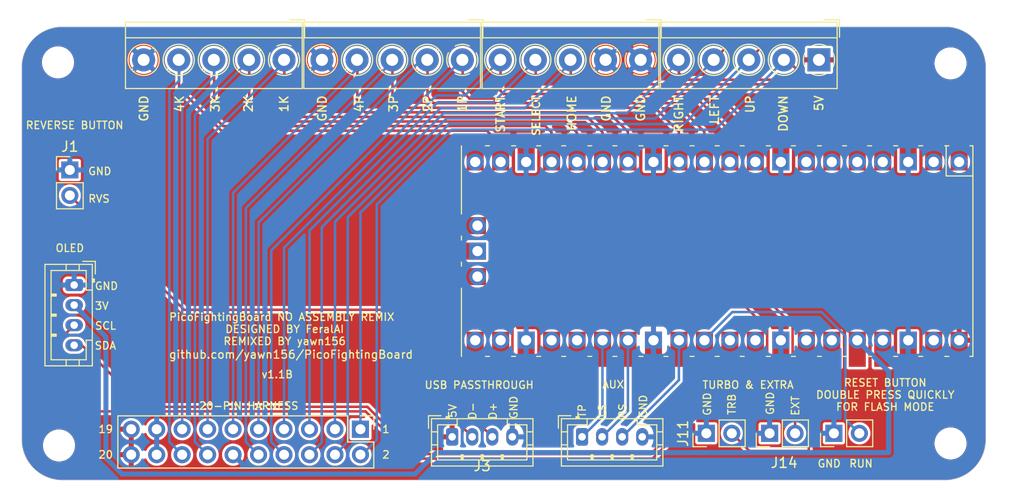
<source format=kicad_pcb>
(kicad_pcb (version 20221018) (generator pcbnew)
  (layers (0 "F.Cu" signal) (31 "B.Cu" signal) (34 "B.Paste" user) (35 "F.Paste" user) (36 "B.SilkS" user "B.Silkscreen") (37 "F.SilkS" user "F.Silkscreen") (38 "B.Mask" user) (39 "F.Mask" user) (44 "Edge.Cuts" user))
  (net 0 "")
  (net 1 "/GND")
  (net 2 "/5V")
  (net 3 "/UP")
  (net 4 "/DOWN")
  (net 5 "/RIGHT")
  (net 6 "/LEFT")
  (net 7 "/SELECT")
  (net 8 "/HOME")
  (net 9 "/START")
  (net 10 "/1P")
  (net 11 "/2P")
  (net 12 "/3P")
  (net 13 "/4P")
  (net 14 "/1K")
  (net 15 "/2K")
  (net 16 "/3K")
  (net 17 "/4K")
  (net 18 "/3V3")
  (net 19 "/TP")
  (net 20 "/LSB")
  (net 21 "/RSB")
  (net 22 "/SDA")
  (net 23 "/SCL")
  (net 26 "/RUN")
  (net 28 "/D-")
  (net 29 "/D+")
  (net 30 "/REVERSE")
  (net 31 "/TURBO")
  (net 32 "/EXTRA")
  (footprint "MCU_RaspberryPi_and_Boards:RPi_Pico_SMD_TH_Clean" (layer "F.Cu") (at 172.73 101.62 -90)
    (fp_text reference "U1" hide)
    (fp_text value "Pico" hide)
    (pad "1" thru_hole oval (at -8.89 -24.13 270) (size 1.7 1.7) (drill 1.02) (layers "*.Cu" "*.Mask") (net 6 "/LEFT"))
    (pad "1" smd rect (at -8.89 -24.13 270) (size 3.5 1.7) (drill (offset -0.9 0)) (layers "F.Cu" "F.Mask") (net 6 "/LEFT"))
    (pad "2" thru_hole oval (at -8.89 -21.59 270) (size 1.7 1.7) (drill 1.02) (layers "*.Cu" "*.Mask") (net 3 "/UP"))
    (pad "2" smd rect (at -8.89 -21.59 270) (size 3.5 1.7) (drill (offset -0.9 0)) (layers "F.Cu" "F.Mask") (net 3 "/UP"))
    (pad "3" thru_hole rect (at -8.89 -19.05 270) (size 1.7 1.7) (drill 1.02) (layers "*.Cu" "*.Mask") (net 1 "/GND"))
    (pad "3" smd rect (at -8.89 -19.05 270) (size 3.5 1.7) (drill (offset -0.9 0)) (layers "F.Cu" "F.Mask") (net 1 "/GND"))
    (pad "4" thru_hole oval (at -8.89 -16.51 270) (size 1.7 1.7) (drill 1.02) (layers "*.Cu" "*.Mask") (net 4 "/DOWN"))
    (pad "4" smd rect (at -8.89 -16.51 270) (size 3.5 1.7) (drill (offset -0.9 0)) (layers "F.Cu" "F.Mask") (net 4 "/DOWN"))
    (pad "5" thru_hole oval (at -8.89 -13.97 270) (size 1.7 1.7) (drill 1.02) (layers "*.Cu" "*.Mask") (net 5 "/RIGHT"))
    (pad "5" smd rect (at -8.89 -13.97 270) (size 3.5 1.7) (drill (offset -0.9 0)) (layers "F.Cu" "F.Mask") (net 5 "/RIGHT"))
    (pad "6" thru_hole oval (at -8.89 -11.43 270) (size 1.7 1.7) (drill 1.02) (layers "*.Cu" "*.Mask") (net 8 "/HOME"))
    (pad "6" smd rect (at -8.89 -11.43 270) (size 3.5 1.7) (drill (offset -0.9 0)) (layers "F.Cu" "F.Mask") (net 8 "/HOME"))
    (pad "7" thru_hole oval (at -8.89 -8.89 270) (size 1.7 1.7) (drill 1.02) (layers "*.Cu" "*.Mask") (net 7 "/SELECT"))
    (pad "7" smd rect (at -8.89 -8.89 270) (size 3.5 1.7) (drill (offset -0.9 0)) (layers "F.Cu" "F.Mask") (net 7 "/SELECT"))
    (pad "8" thru_hole rect (at -8.89 -6.35 270) (size 1.7 1.7) (drill 1.02) (layers "*.Cu" "*.Mask") (net 1 "/GND"))
    (pad "8" smd rect (at -8.89 -6.35 270) (size 3.5 1.7) (drill (offset -0.9 0)) (layers "F.Cu" "F.Mask") (net 1 "/GND"))
    (pad "9" thru_hole oval (at -8.89 -3.81 270) (size 1.7 1.7) (drill 1.02) (layers "*.Cu" "*.Mask") (net 9 "/START"))
    (pad "9" smd rect (at -8.89 -3.81 270) (size 3.5 1.7) (drill (offset -0.9 0)) (layers "F.Cu" "F.Mask") (net 9 "/START"))
    (pad "10" thru_hole oval (at -8.89 -1.27 270) (size 1.7 1.7) (drill 1.02) (layers "*.Cu" "*.Mask") (net 10 "/1P"))
    (pad "10" smd rect (at -8.89 -1.27 270) (size 3.5 1.7) (drill (offset -0.9 0)) (layers "F.Cu" "F.Mask") (net 10 "/1P"))
    (pad "11" thru_hole oval (at -8.89 1.27 270) (size 1.7 1.7) (drill 1.02) (layers "*.Cu" "*.Mask") (net 11 "/2P"))
    (pad "11" smd rect (at -8.89 1.27 270) (size 3.5 1.7) (drill (offset -0.9 0)) (layers "F.Cu" "F.Mask") (net 11 "/2P"))
    (pad "12" thru_hole oval (at -8.89 3.81 270) (size 1.7 1.7) (drill 1.02) (layers "*.Cu" "*.Mask") (net 12 "/3P"))
    (pad "12" smd rect (at -8.89 3.81 270) (size 3.5 1.7) (drill (offset -0.9 0)) (layers "F.Cu" "F.Mask") (net 12 "/3P"))
    (pad "13" thru_hole rect (at -8.89 6.35 270) (size 1.7 1.7) (drill 1.02) (layers "*.Cu" "*.Mask") (net 1 "/GND"))
    (pad "13" smd rect (at -8.89 6.35 270) (size 3.5 1.7) (drill (offset -0.9 0)) (layers "F.Cu" "F.Mask") (net 1 "/GND"))
    (pad "14" thru_hole oval (at -8.89 8.89 270) (size 1.7 1.7) (drill 1.02) (layers "*.Cu" "*.Mask") (net 13 "/4P"))
    (pad "14" smd rect (at -8.89 8.89 270) (size 3.5 1.7) (drill (offset -0.9 0)) (layers "F.Cu" "F.Mask") (net 13 "/4P"))
    (pad "15" thru_hole oval (at -8.89 11.43 270) (size 1.7 1.7) (drill 1.02) (layers "*.Cu" "*.Mask") (net 14 "/1K"))
    (pad "15" smd rect (at -8.89 11.43 270) (size 3.5 1.7) (drill (offset -0.9 0)) (layers "F.Cu" "F.Mask") (net 14 "/1K"))
    (pad "16" thru_hole oval (at -8.89 13.97 270) (size 1.7 1.7) (drill 1.02) (layers "*.Cu" "*.Mask") (net 15 "/2K"))
    (pad "16" smd rect (at -8.89 13.97 270) (size 3.5 1.7) (drill (offset -0.9 0)) (layers "F.Cu" "F.Mask") (net 15 "/2K"))
    (pad "17" thru_hole oval (at -8.89 16.51 270) (size 1.7 1.7) (drill 1.02) (layers "*.Cu" "*.Mask") (net 16 "/3K"))
    (pad "17" smd rect (at -8.89 16.51 270) (size 3.5 1.7) (drill (offset -0.9 0)) (layers "F.Cu" "F.Mask") (net 16 "/3K"))
    (pad "18" thru_hole rect (at -8.89 19.05 270) (size 1.7 1.7) (drill 1.02) (layers "*.Cu" "*.Mask") (net 1 "/GND"))
    (pad "18" smd rect (at -8.89 19.05 270) (size 3.5 1.7) (drill (offset -0.9 0)) (layers "F.Cu" "F.Mask") (net 1 "/GND"))
    (pad "19" thru_hole oval (at -8.89 21.59 270) (size 1.7 1.7) (drill 1.02) (layers "*.Cu" "*.Mask") (net 17 "/4K"))
    (pad "19" smd rect (at -8.89 21.59 270) (size 3.5 1.7) (drill (offset -0.9 0)) (layers "F.Cu" "F.Mask") (net 17 "/4K"))
    (pad "20" thru_hole oval (at -8.89 24.13 270) (size 1.7 1.7) (drill 1.02) (layers "*.Cu" "*.Mask") (net 31 "/TURBO"))
    (pad "20" smd rect (at -8.89 24.13 270) (size 3.5 1.7) (drill (offset -0.9 0)) (layers "F.Cu" "F.Mask") (net 31 "/TURBO"))
    (pad "21" thru_hole oval (at 8.89 24.13 270) (size 1.7 1.7) (drill 1.02) (layers "*.Cu" "*.Mask") (net 29 "/D+"))
    (pad "21" smd rect (at 8.89 24.13 270) (size 3.5 1.7) (drill (offset 0.9 0)) (layers "F.Cu" "F.Mask") (net 29 "/D+"))
    (pad "22" thru_hole oval (at 8.89 21.59 270) (size 1.7 1.7) (drill 1.02) (layers "*.Cu" "*.Mask") (net 28 "/D-"))
    (pad "22" smd rect (at 8.89 21.59 270) (size 3.5 1.7) (drill (offset 0.9 0)) (layers "F.Cu" "F.Mask") (net 28 "/D-"))
    (pad "23" thru_hole rect (at 8.89 19.05 270) (size 1.7 1.7) (drill 1.02) (layers "*.Cu" "*.Mask") (net 1 "/GND"))
    (pad "23" smd rect (at 8.89 19.05 270) (size 3.5 1.7) (drill (offset 0.9 0)) (layers "F.Cu" "F.Mask") (net 1 "/GND"))
    (pad "24" thru_hole oval (at 8.89 16.51 270) (size 1.7 1.7) (drill 1.02) (layers "*.Cu" "*.Mask") (net 32 "/EXTRA"))
    (pad "24" smd rect (at 8.89 16.51 270) (size 3.5 1.7) (drill (offset 0.9 0)) (layers "F.Cu" "F.Mask") (net 32 "/EXTRA"))
    (pad "25" thru_hole oval (at 8.89 13.97 270) (size 1.7 1.7) (drill 1.02) (layers "*.Cu" "*.Mask") (net 30 "/REVERSE"))
    (pad "25" smd rect (at 8.89 13.97 270) (size 3.5 1.7) (drill (offset 0.9 0)) (layers "F.Cu" "F.Mask") (net 30 "/REVERSE"))
    (pad "26" thru_hole oval (at 8.89 11.43 270) (size 1.7 1.7) (drill 1.02) (layers "*.Cu" "*.Mask") (net 19 "/TP"))
    (pad "26" smd rect (at 8.89 11.43 270) (size 3.5 1.7) (drill (offset 0.9 0)) (layers "F.Cu" "F.Mask") (net 19 "/TP"))
    (pad "27" thru_hole oval (at 8.89 8.89 270) (size 1.7 1.7) (drill 1.02) (layers "*.Cu" "*.Mask") (net 20 "/LSB"))
    (pad "27" smd rect (at 8.89 8.89 270) (size 3.5 1.7) (drill (offset 0.9 0)) (layers "F.Cu" "F.Mask") (net 20 "/LSB"))
    (pad "28" thru_hole rect (at 8.89 6.35 270) (size 1.7 1.7) (drill 1.02) (layers "*.Cu" "*.Mask") (net 1 "/GND"))
    (pad "28" smd rect (at 8.89 6.35 270) (size 3.5 1.7) (drill (offset 0.9 0)) (layers "F.Cu" "F.Mask") (net 1 "/GND"))
    (pad "29" thru_hole oval (at 8.89 3.81 270) (size 1.7 1.7) (drill 1.02) (layers "*.Cu" "*.Mask") (net 21 "/RSB"))
    (pad "29" smd rect (at 8.89 3.81 270) (size 3.5 1.7) (drill (offset 0.9 0)) (layers "F.Cu" "F.Mask") (net 21 "/RSB"))
    (pad "30" thru_hole oval (at 8.89 1.27 270) (size 1.7 1.7) (drill 1.02) (layers "*.Cu" "*.Mask") (net 26 "/RUN"))
    (pad "30" smd rect (at 8.89 1.27 270) (size 3.5 1.7) (drill (offset 0.9 0)) (layers "F.Cu" "F.Mask") (net 26 "/RUN"))
    (pad "31" thru_hole oval (at 8.89 -1.27 270) (size 1.7 1.7) (drill 1.02) (layers "*.Cu" "*.Mask") (net 22 "/SDA"))
    (pad "31" smd rect (at 8.89 -1.27 270) (size 3.5 1.7) (drill (offset 0.9 0)) (layers "F.Cu" "F.Mask") (net 22 "/SDA"))
    (pad "32" thru_hole oval (at 8.89 -3.81 270) (size 1.7 1.7) (drill 1.02) (layers "*.Cu" "*.Mask") (net 23 "/SCL"))
    (pad "32" smd rect (at 8.89 -3.81 270) (size 3.5 1.7) (drill (offset 0.9 0)) (layers "F.Cu" "F.Mask") (net 23 "/SCL"))
    (pad "33" thru_hole rect (at 8.89 -6.35 270) (size 1.7 1.7) (drill 1.02) (layers "*.Cu" "*.Mask") (net 1 "/GND"))
    (pad "33" smd rect (at 8.89 -6.35 270) (size 3.5 1.7) (drill (offset 0.9 0)) (layers "F.Cu" "F.Mask") (net 1 "/GND"))
    (pad "34" thru_hole oval (at 8.89 -8.89 270) (size 1.7 1.7) (drill 1.02) (layers "*.Cu" "*.Mask"))
    (pad "34" smd rect (at 8.89 -8.89 270) (size 3.5 1.7) (drill (offset 0.9 0)) (layers "F.Cu" "F.Mask"))
    (pad "35" thru_hole oval (at 8.89 -11.43 270) (size 1.7 1.7) (drill 1.02) (layers "*.Cu" "*.Mask"))
    (pad "35" smd rect (at 8.89 -11.43 270) (size 3.5 1.7) (drill (offset 0.9 0)) (layers "F.Cu" "F.Mask"))
    (pad "36" thru_hole oval (at 8.89 -13.97 270) (size 1.7 1.7) (drill 1.02) (layers "*.Cu" "*.Mask") (net 18 "/3V3"))
    (pad "36" smd rect (at 8.89 -13.97 270) (size 3.5 1.7) (drill (offset 0.9 0)) (layers "F.Cu" "F.Mask") (net 18 "/3V3"))
    (pad "37" thru_hole oval (at 8.89 -16.51 270) (size 1.7 1.7) (drill 1.02) (layers "*.Cu" "*.Mask"))
    (pad "37" smd rect (at 8.89 -16.51 270) (size 3.5 1.7) (drill (offset 0.9 0)) (layers "F.Cu" "F.Mask"))
    (pad "38" thru_hole rect (at 8.89 -19.05 270) (size 1.7 1.7) (drill 1.02) (layers "*.Cu" "*.Mask") (net 1 "/GND"))
    (pad "38" smd rect (at 8.89 -19.05 270) (size 3.5 1.7) (drill (offset 0.9 0)) (layers "F.Cu" "F.Mask") (net 1 "/GND"))
    (pad "39" thru_hole oval (at 8.89 -21.59 270) (size 1.7 1.7) (drill 1.02) (layers "*.Cu" "*.Mask"))
    (pad "39" smd rect (at 8.89 -21.59 270) (size 3.5 1.7) (drill (offset 0.9 0)) (layers "F.Cu" "F.Mask"))
    (pad "40" thru_hole oval (at 8.89 -24.13 270) (size 1.7 1.7) (drill 1.02) (layers "*.Cu" "*.Mask") (net 2 "/5V"))
    (pad "40" smd rect (at 8.89 -24.13 270) (size 3.5 1.7) (drill (offset 0.9 0)) (layers "F.Cu" "F.Mask") (net 2 "/5V"))
    (pad "41" thru_hole oval (at -2.54 23.9 270) (size 1.7 1.7) (drill 1.02) (layers "*.Cu" "*.Mask"))
    (pad "41" smd rect (at -2.54 23.9) (size 3.5 1.7) (drill (offset -0.9 0)) (layers "F.Cu" "F.Mask"))
    (pad "42" thru_hole rect (at 0 23.9 270) (size 1.7 1.7) (drill 1.02) (layers "*.Cu" "*.Mask"))
    (pad "42" smd rect (at 0 23.9) (size 3.5 1.7) (drill (offset -0.9 0)) (layers "F.Cu" "F.Mask"))
    (pad "43" thru_hole oval (at 2.54 23.9 270) (size 1.7 1.7) (drill 1.02) (layers "*.Cu" "*.Mask"))
    (pad "43" smd rect (at 2.54 23.9) (size 3.5 1.7) (drill (offset -0.9 0)) (layers "F.Cu" "F.Mask"))
  )
  (footprint "Connector_PinHeader_2.54mm:PinHeader_1x02_P2.54mm_Vertical" (layer "F.Cu") (at 184.37 119.79 90)
    (fp_text reference "J10" hide)
    (fp_text value "Conn_01x02_Male")
    (pad "1" thru_hole rect (at 0 0 90) (size 1.7 1.7) (drill 1) (layers "*.Cu" "*.Mask") (net 1 "/GND"))
    (pad "2" thru_hole oval (at 0 2.54 90) (size 1.7 1.7) (drill 1) (layers "*.Cu" "*.Mask") (net 26 "/RUN"))
  )
  (footprint "Connector_PinHeader_2.54mm:PinHeader_2x10_P2.54mm_Vertical" (layer "F.Cu") (at 137.16 119.38 -90)
    (fp_text reference "J2" hide)
    (fp_text value "Conn_02x10_Odd_Even" hide)
    (pad "1" thru_hole rect (at 0 0 270) (size 1.7 1.7) (drill 1) (layers "*.Cu" "*.Mask") (net 3 "/UP"))
    (pad "2" thru_hole oval (at 2.54 0 270) (size 1.7 1.7) (drill 1) (layers "*.Cu" "*.Mask") (net 4 "/DOWN"))
    (pad "3" thru_hole oval (at 0 2.54 270) (size 1.7 1.7) (drill 1) (layers "*.Cu" "*.Mask") (net 5 "/RIGHT"))
    (pad "4" thru_hole oval (at 2.54 2.54 270) (size 1.7 1.7) (drill 1) (layers "*.Cu" "*.Mask") (net 6 "/LEFT"))
    (pad "5" thru_hole oval (at 0 5.08 270) (size 1.7 1.7) (drill 1) (layers "*.Cu" "*.Mask") (net 7 "/SELECT"))
    (pad "6" thru_hole oval (at 2.54 5.08 270) (size 1.7 1.7) (drill 1) (layers "*.Cu" "*.Mask") (net 8 "/HOME"))
    (pad "7" thru_hole oval (at 0 7.62 270) (size 1.7 1.7) (drill 1) (layers "*.Cu" "*.Mask") (net 9 "/START"))
    (pad "8" thru_hole oval (at 2.54 7.62 270) (size 1.7 1.7) (drill 1) (layers "*.Cu" "*.Mask") (net 10 "/1P"))
    (pad "9" thru_hole oval (at 0 10.16 270) (size 1.7 1.7) (drill 1) (layers "*.Cu" "*.Mask") (net 11 "/2P"))
    (pad "10" thru_hole oval (at 2.54 10.16 270) (size 1.7 1.7) (drill 1) (layers "*.Cu" "*.Mask") (net 12 "/3P"))
    (pad "11" thru_hole oval (at 0 12.7 270) (size 1.7 1.7) (drill 1) (layers "*.Cu" "*.Mask") (net 13 "/4P"))
    (pad "12" thru_hole oval (at 2.54 12.7 270) (size 1.7 1.7) (drill 1) (layers "*.Cu" "*.Mask") (net 1 "/GND"))
    (pad "13" thru_hole oval (at 0 15.24 270) (size 1.7 1.7) (drill 1) (layers "*.Cu" "*.Mask") (net 14 "/1K"))
    (pad "14" thru_hole oval (at 2.54 15.24 270) (size 1.7 1.7) (drill 1) (layers "*.Cu" "*.Mask") (net 15 "/2K"))
    (pad "15" thru_hole oval (at 0 17.78 270) (size 1.7 1.7) (drill 1) (layers "*.Cu" "*.Mask") (net 16 "/3K"))
    (pad "16" thru_hole oval (at 2.54 17.78 270) (size 1.7 1.7) (drill 1) (layers "*.Cu" "*.Mask") (net 17 "/4K"))
    (pad "17" thru_hole oval (at 0 20.32 270) (size 1.7 1.7) (drill 1) (layers "*.Cu" "*.Mask") (net 1 "/GND"))
    (pad "18" thru_hole oval (at 2.54 20.32 270) (size 1.7 1.7) (drill 1) (layers "*.Cu" "*.Mask") (net 1 "/GND"))
    (pad "19" thru_hole oval (at 0 22.86 270) (size 1.7 1.7) (drill 1) (layers "*.Cu" "*.Mask") (net 2 "/5V"))
    (pad "20" thru_hole oval (at 2.54 22.86 270) (size 1.7 1.7) (drill 1) (layers "*.Cu" "*.Mask") (net 2 "/5V"))
  )
  (footprint "Connector_PinHeader_2.54mm:PinHeader_1x02_P2.54mm_Vertical" (layer "F.Cu") (at 108.18 93.53)
    (fp_text reference "J1" (at 0 -2.33) (layer "F.SilkS"))
    (fp_text value "Conn_01x02_Male")
    (pad "1" thru_hole rect (at 0 0) (size 1.7 1.7) (drill 1) (layers "*.Cu" "*.Mask") (net 1 "/GND"))
    (pad "2" thru_hole oval (at 0 2.54) (size 1.7 1.7) (drill 1) (layers "*.Cu" "*.Mask") (net 30 "/REVERSE"))
  )
  (footprint "Connector_JST:JST_PH_B4B-PH-K_1x04_P2.00mm_Vertical" (layer "F.Cu") (at 146.304 120.142)
    (fp_text reference "J3" (at 3 2.91) (layer "F.SilkS"))
    (fp_text value "Conn_01x04_Male")
    (pad "1" thru_hole roundrect (at 0 0) (size 1.2 1.75) (drill 0.75) (layers "*.Cu" "*.Mask") (roundrect_rratio 0.2083333333) (net 2 "/5V"))
    (pad "2" thru_hole oval (at 2 0) (size 1.2 1.75) (drill 0.75) (layers "*.Cu" "*.Mask") (net 28 "/D-"))
    (pad "3" thru_hole oval (at 4 0) (size 1.2 1.75) (drill 0.75) (layers "*.Cu" "*.Mask") (net 29 "/D+"))
    (pad "4" thru_hole oval (at 6 0) (size 1.2 1.75) (drill 0.75) (layers "*.Cu" "*.Mask") (net 1 "/GND"))
  )
  (footprint "Connector_JST:JST_PH_B4B-PH-K_1x04_P2.00mm_Vertical" (layer "F.Cu") (at 159.258 120.142)
    (fp_text reference "J4" hide)
    (fp_text value "Conn_01x04_Male")
    (pad "1" thru_hole roundrect (at 0 0) (size 1.2 1.75) (drill 0.75) (layers "*.Cu" "*.Mask") (roundrect_rratio 0.2083325) (net 19 "/TP"))
    (pad "2" thru_hole oval (at 2 0) (size 1.2 1.75) (drill 0.75) (layers "*.Cu" "*.Mask") (net 20 "/LSB"))
    (pad "3" thru_hole oval (at 4 0) (size 1.2 1.75) (drill 0.75) (layers "*.Cu" "*.Mask") (net 21 "/RSB"))
    (pad "4" thru_hole oval (at 6 0) (size 1.2 1.75) (drill 0.75) (layers "*.Cu" "*.Mask") (net 1 "/GND"))
  )
  (footprint "TerminalBlock_MetzConnect:TerminalBlock_MetzConnect_Type059_RT06305HBWC_1x05_P3.50mm_Horizontal" (layer "F.Cu") (at 129.54 82.55 180)
    (fp_text reference "J5" hide)
    (fp_text value "ST01x05")
    (pad "1" thru_hole circle (at 0 0 180) (size 2.3 2.3) (drill 1.2) (layers "*.Cu" "*.Mask") (net 14 "/1K"))
    (pad "2" thru_hole circle (at 3.5 0 180) (size 2.3 2.3) (drill 1.2) (layers "*.Cu" "*.Mask") (net 15 "/2K"))
    (pad "3" thru_hole circle (at 7 0 180) (size 2.3 2.3) (drill 1.2) (layers "*.Cu" "*.Mask") (net 16 "/3K"))
    (pad "4" thru_hole circle (at 10.5 0 180) (size 2.3 2.3) (drill 1.2) (layers "*.Cu" "*.Mask") (net 17 "/4K"))
    (pad "5" thru_hole circle (at 14 0 180) (size 2.3 2.3) (drill 1.2) (layers "*.Cu" "*.Mask") (net 1 "/GND"))
  )
  (footprint "TerminalBlock_MetzConnect:TerminalBlock_MetzConnect_Type059_RT06305HBWC_1x05_P3.50mm_Horizontal" (layer "F.Cu") (at 147.32 82.55 180)
    (fp_text reference "J6" hide)
    (fp_text value "ST01x05")
    (pad "1" thru_hole circle (at 0 0 180) (size 2.3 2.3) (drill 1.2) (layers "*.Cu" "*.Mask") (net 10 "/1P"))
    (pad "2" thru_hole circle (at 3.5 0 180) (size 2.3 2.3) (drill 1.2) (layers "*.Cu" "*.Mask") (net 11 "/2P"))
    (pad "3" thru_hole circle (at 7 0 180) (size 2.3 2.3) (drill 1.2) (layers "*.Cu" "*.Mask") (net 12 "/3P"))
    (pad "4" thru_hole circle (at 10.5 0 180) (size 2.3 2.3) (drill 1.2) (layers "*.Cu" "*.Mask") (net 13 "/4P"))
    (pad "5" thru_hole circle (at 14 0 180) (size 2.3 2.3) (drill 1.2) (layers "*.Cu" "*.Mask") (net 1 "/GND"))
  )
  (footprint "TerminalBlock_MetzConnect:TerminalBlock_MetzConnect_Type059_RT06305HBWC_1x05_P3.50mm_Horizontal" (layer "F.Cu") (at 165.1 82.55 180)
    (fp_text reference "J7" hide)
    (fp_text value "ST01x05")
    (pad "1" thru_hole circle (at 0 0 180) (size 2.3 2.3) (drill 1.2) (layers "*.Cu" "*.Mask") (net 1 "/GND"))
    (pad "2" thru_hole circle (at 3.5 0 180) (size 2.3 2.3) (drill 1.2) (layers "*.Cu" "*.Mask") (net 1 "/GND"))
    (pad "3" thru_hole circle (at 7 0 180) (size 2.3 2.3) (drill 1.2) (layers "*.Cu" "*.Mask") (net 8 "/HOME"))
    (pad "4" thru_hole circle (at 10.5 0 180) (size 2.3 2.3) (drill 1.2) (layers "*.Cu" "*.Mask") (net 7 "/SELECT"))
    (pad "5" thru_hole circle (at 14 0 180) (size 2.3 2.3) (drill 1.2) (layers "*.Cu" "*.Mask") (net 9 "/START"))
  )
  (footprint "TerminalBlock_MetzConnect:TerminalBlock_MetzConnect_Type059_RT06305HBWC_1x05_P3.50mm_Horizontal" (layer "F.Cu") (at 182.88 82.55 180)
    (fp_text reference "J8" hide)
    (fp_text value "ST01x05")
    (pad "1" thru_hole rect (at 0 0 180) (size 2.3 2.3) (drill 1.2) (layers "*.Cu" "*.Mask") (net 2 "/5V"))
    (pad "2" thru_hole circle (at 3.5 0 180) (size 2.3 2.3) (drill 1.2) (layers "*.Cu" "*.Mask") (net 4 "/DOWN"))
    (pad "3" thru_hole circle (at 7 0 180) (size 2.3 2.3) (drill 1.2) (layers "*.Cu" "*.Mask") (net 3 "/UP"))
    (pad "4" thru_hole circle (at 10.5 0 180) (size 2.3 2.3) (drill 1.2) (layers "*.Cu" "*.Mask") (net 6 "/LEFT"))
    (pad "5" thru_hole circle (at 14 0 180) (size 2.3 2.3) (drill 1.2) (layers "*.Cu" "*.Mask") (net 5 "/RIGHT"))
  )
  (footprint "Connector_PinHeader_2.54mm:PinHeader_1x02_P2.54mm_Vertical" (layer "F.Cu") (at 171.65 119.79 90)
    (fp_text reference "J11" (at 0 -2.33 90) (layer "F.SilkS"))
    (fp_text value "Conn_01x02_Male")
    (pad "1" thru_hole rect (at 0 0 90) (size 1.7 1.7) (drill 1) (layers "*.Cu" "*.Mask") (net 1 "/GND"))
    (pad "2" thru_hole oval (at 0 2.54 90) (size 1.7 1.7) (drill 1) (layers "*.Cu" "*.Mask") (net 31 "/TURBO"))
  )
  (footprint "Connector_JST:JST_PH_B4B-PH-K_1x04_P2.00mm_Vertical" (layer "F.Cu") (at 108.6104 105.0036 -90)
    (fp_text reference "J12" hide)
    (fp_text value "Conn_01x04_Male")
    (pad "1" thru_hole roundrect (at 0 0 270) (size 1.2 1.75) (drill 0.75) (layers "*.Cu" "*.Mask") (roundrect_rratio 0.2083325) (net 1 "/GND"))
    (pad "2" thru_hole oval (at 2 0 270) (size 1.2 1.75) (drill 0.75) (layers "*.Cu" "*.Mask") (net 18 "/3V3"))
    (pad "3" thru_hole oval (at 4 0 270) (size 1.2 1.75) (drill 0.75) (layers "*.Cu" "*.Mask") (net 23 "/SCL"))
    (pad "4" thru_hole oval (at 6 0 270) (size 1.2 1.75) (drill 0.75) (layers "*.Cu" "*.Mask") (net 22 "/SDA"))
  )
  (footprint "MountingHole:MountingHole_2.7mm_M2.5" (layer "F.Cu") (at 107 82.8)
    (fp_text reference "H1" hide)
    (fp_text value "MountingHole")
    (pad "" np_thru_hole circle (at 0 0) (size 2.7 2.7) (drill 2.7) (layers "*.Cu" "*.Mask"))
  )
  (footprint "MountingHole:MountingHole_2.7mm_M2.5" (layer "F.Cu") (at 107.1 121)
    (fp_text reference "H3" hide)
    (fp_text value "MountingHole")
    (pad "" np_thru_hole circle (at 0 0) (size 2.7 2.7) (drill 2.7) (layers "*.Cu" "*.Mask"))
  )
  (footprint "MountingHole:MountingHole_2.7mm_M2.5" (layer "F.Cu") (at 196 120.8)
    (fp_text reference "H4" hide)
    (fp_text value "MountingHole")
    (pad "" np_thru_hole circle (at 0 0) (size 2.7 2.7) (drill 2.7) (layers "*.Cu" "*.Mask"))
  )
  (footprint "MountingHole:MountingHole_2.7mm_M2.5" (layer "F.Cu") (at 196 82.9)
    (fp_text reference "H2" hide)
    (fp_text value "MountingHole")
    (pad "" np_thru_hole circle (at 0 0) (size 2.7 2.7) (drill 2.7) (layers "*.Cu" "*.Mask"))
  )
  (footprint "Connector_PinHeader_2.54mm:PinHeader_1x02_P2.54mm_Vertical" (layer "F.Cu") (at 177.96 119.79 90)
    (fp_text reference "J14" (at -2.94 1.45 180) (layer "F.SilkS"))
    (fp_text value "Conn_01x02_Male")
    (pad "1" thru_hole rect (at 0 0 90) (size 1.7 1.7) (drill 1) (layers "*.Cu" "*.Mask") (net 1 "/GND"))
    (pad "2" thru_hole oval (at 0 2.54 90) (size 1.7 1.7) (drill 1) (layers "*.Cu" "*.Mask") (net 32 "/EXTRA"))
  )
  (gr_line (start 107.315 79.248) (end 195.707 79.248) (stroke (width 0.05)) (layer "Edge.Cuts"))
  (gr_arc (start 107.442 124.46) (mid 104.568318 123.269682) (end 103.378 120.396) (stroke (width 0.05)) (layer "Edge.Cuts"))
  (gr_arc (start 103.378 83.439) (mid 104.478515 80.528121) (end 107.315 79.248) (stroke (width 0.05)) (layer "Edge.Cuts"))
  (gr_arc (start 199.517 120.396) (mid 198.326682 123.269682) (end 195.453 124.46) (stroke (width 0.05)) (layer "Edge.Cuts"))
  (gr_arc (start 195.707 79.248) (mid 198.506287 80.617923) (end 199.517 83.566) (stroke (width 0.05)) (layer "Edge.Cuts"))
  (gr_line (start 199.517 83.566) (end 199.517 120.396) (stroke (width 0.05)) (layer "Edge.Cuts"))
  (gr_line (start 103.378 120.396) (end 103.378 83.439) (stroke (width 0.05)) (layer "Edge.Cuts"))
  (gr_line (start 195.453 124.46) (end 107.442 124.46) (stroke (width 0.05)) (layer "Edge.Cuts"))
  (gr_text "1" (at 139.7 119.38) (layer "F.SilkS") (effects (font (size 0.75 0.75) (thickness 0.125))))
  (gr_text "2" (at 139.7 121.92) (layer "F.SilkS") (effects (font (size 0.75 0.75) (thickness 0.125))))
  (gr_text "20" (at 111.76 121.92) (layer "F.SilkS") (effects (font (size 0.75 0.75) (thickness 0.125))))
  (gr_text "19" (at 111.76 119.38) (layer "F.SilkS") (effects (font (size 0.75 0.75) (thickness 0.125))))
  (gr_text "START" (at 151.13 87.9475 90) (layer "F.SilkS") (effects (font (size 0.85 0.85))))
  (gr_text "GND" (at 183.896 122.809) (layer "F.SilkS") (effects (font (size 0.75 0.75) (thickness 0.125))))
  (gr_text "SELECT" (at 154.686 88.105833 90) (layer "F.SilkS") (effects (font (size 0.75 0.75))))
  (gr_text "SCL\n" (at 111.743714 109.0676) (layer "F.SilkS") (effects (font (size 0.75 0.75) (thickness 0.125))))
  (gr_text "OLED\n" (at 108.18 101.32) (layer "F.SilkS") (effects (font (size 0.75 0.75) (thickness 0.125))))
  (gr_text "UP" (at 176.022 86.976071 90) (layer "F.SilkS") (effects (font (size 0.85 0.85))))
  (gr_text "DOWN" (at 179.324 87.907024 90) (layer "F.SilkS") (effects (font (size 0.85 0.85))))
  (gr_text "4P" (at 137.033 86.935595 90) (layer "F.SilkS") (effects (font (size 0.85 0.85))))
  (gr_text "3V" (at 111.368714 107.0864) (layer "F.SilkS") (effects (font (size 0.75 0.75) (thickness 0.125))))
  (gr_text "5V\n" (at 146.3548 117.5512 90) (layer "F.SilkS") (effects (font (size 0.75 0.75) (thickness 0.125))))
  (gr_text "GND" (at 171.74 116.87 90) (layer "F.SilkS") (effects (font (size 0.75 0.75) (thickness 0.125))))
  (gr_text "GND" (at 165.354 117.094 90) (layer "F.SilkS") (effects (font (size 0.75 0.75) (thickness 0.125))))
  (gr_text "github.com/yawn156/PicoFightingBoard" (at 130.24 111.93) (layer "F.SilkS") (effects (font (size 0.8 0.8) (thickness 0.125))))
  (gr_text "v1.1B\n" (at 128.86 113.92) (layer "F.SilkS") (effects (font (size 0.75 0.75) (thickness 0.125))))
  (gr_text "TP" (at 159.258 117.5512 90) (layer "F.SilkS") (effects (font (size 0.75 0.75) (thickness 0.125))))
  (gr_text "SDA" (at 111.725857 111.0488) (layer "F.SilkS") (effects (font (size 0.75 0.75) (thickness 0.125))))
  (gr_text "GND" (at 133.35 87.401071 90) (layer "F.SilkS") (effects (font (size 0.85 0.85))))
  (gr_text "RS" (at 163.322 117.5512 90) (layer "F.SilkS") (effects (font (size 0.75 0.75) (thickness 0.125))))
  (gr_text "REVERSE BUTTON\n" (at 108.66 89.07) (layer "F.SilkS") (effects (font (size 0.75 0.75) (thickness 0.125))))
  (gr_text "GND" (at 111.833 105.1052) (layer "F.SilkS") (effects (font (size 0.75 0.75) (thickness 0.125))))
  (gr_text "RESET BUTTON\nDOUBLE PRESS QUICKLY\nFOR FLASH MODE" (at 189.49 115.95) (layer "F.SilkS") (effects (font (size 0.75 0.75) (thickness 0.125))))
  (gr_text "2K" (at 125.984 86.935595 90) (layer "F.SilkS") (effects (font (size 0.85 0.85))))
  (gr_text "3P" (at 140.462 86.935595 90) (layer "F.SilkS") (effects (font (size 0.85 0.85))))
  (gr_text "4K" (at 119.126 86.935595 90) (layer "F.SilkS") (effects (font (size 0.85 0.85))))
  (gr_text "TURBO & EXTRA\n" (at 175.81 114.96) (layer "F.SilkS") (effects (font (size 0.75 0.75) (thickness 0.125))))
  (gr_text "GND" (at 178.01 116.8 90) (layer "F.SilkS") (effects (font (size 0.75 0.75) (thickness 0.125))))
  (gr_text "AUX\n" (at 162.3568 114.9223) (layer "F.SilkS") (effects (font (size 0.75 0.75) (thickness 0.125))))
  (gr_text "GND" (at 115.57 87.401071 90) (layer "F.SilkS") (effects (font (size 0.85 0.85))))
  (gr_text "3K" (at 122.682 86.935595 90) (layer "F.SilkS") (effects (font (size 0.85 0.85))))
  (gr_text "EXT" (at 180.53 117.04 90) (layer "F.SilkS") (effects (font (size 0.75 0.75) (thickness 0.125))))
  (gr_text "LS" (at 161.29 117.5512 90) (layer "F.SilkS") (effects (font (size 0.75 0.75) (thickness 0.125))))
  (gr_text "1P" (at 147.32 86.935595 90) (layer "F.SilkS") (effects (font (size 0.85 0.85))))
  (gr_text "20-PIN HARNESS" (at 126.0221 117.0559) (layer "F.SilkS") (effects (font (size 0.75 0.75) (thickness 0.125))))
  (gr_text "PicoFightingBoard NO ASSEMBLY REMIX \nDESIGNED BY FeralAI\nREMIXED BY yawn156" (at 129.602522 109.4) (layer "F.SilkS") (effects (font (size 0.75 0.75) (thickness 0.125))))
  (gr_text "GND" (at 165.1 87.401071 90) (layer "F.SilkS") (effects (font (size 0.85 0.85))))
  (gr_text "TRB" (at 174.19 116.9 90) (layer "F.SilkS") (effects (font (size 0.75 0.75) (thickness 0.125))))
  (gr_text "GND" (at 161.671 87.401071 90) (layer "F.SilkS") (effects (font (size 0.85 0.85))))
  (gr_text "D+\n" (at 150.368 117.5512 90) (layer "F.SilkS") (effects (font (size 0.75 0.75) (thickness 0.125))))
  (gr_text "2P" (at 143.891 86.935595 90) (layer "F.SilkS") (effects (font (size 0.85 0.85))))
  (gr_text "RUN" (at 187.071 122.809) (layer "F.SilkS") (effects (font (size 0.75 0.75) (thickness 0.125))))
  (gr_text "HOME" (at 158.242 87.866548 90) (layer "F.SilkS") (effects (font (size 0.85 0.85))))
  (gr_text "RVS\n" (at 111.09 96.4) (layer "F.SilkS") (effects (font (size 0.75 0.75) (thickness 0.125))))
  (gr_text "D-\n" (at 148.336 117.5512 90) (layer "F.SilkS") (effects (font (size 0.75 0.75) (thickness 0.125))))
  (gr_text "GND" (at 111.17 93.66) (layer "F.SilkS") (effects (font (size 0.75 0.75) (thickness 0.125))))
  (gr_text "1K" (at 129.54 86.935595 90) (layer "F.SilkS") (effects (font (size 0.85 0.85))))
  (gr_text "GND" (at 152.44 117.21 90) (layer "F.SilkS") (effects (font (size 0.75 0.75) (thickness 0.125))))
  (gr_text "LEFT" (at 172.466 87.5225 90) (layer "F.SilkS") (effects (font (size 0.85 0.85))))
  (gr_text "RIGHT" (at 168.91 87.927262 90) (layer "F.SilkS") (effects (font (size 0.85 0.85))))
  (gr_text "USB PASSTHROUGH\n" (at 149 114.9731) (layer "F.SilkS") (effects (font (size 0.75 0.75) (thickness 0.125))))
  (gr_text "5V" (at 182.88 86.874881 90) (layer "F.SilkS") (effects (font (size 0.85 0.85))))
  (segment (start 152.3492 120.0968) (end 152.304 120.142) (width 0.25) (layer "B.Cu") (net 1))
  (segment (start 124.46 121.92) (end 125.5268 122.9868) (width 0.5) (layer "B.Cu") (net 1))
  (segment (start 196.85 110.49) (end 196.85 112.170002) (width 0.4) (layer "F.Cu") (net 2))
  (segment (start 177.6072 80.8228) (end 175.88 82.55) (width 0.25) (layer "F.Cu") (net 3))
  (segment (start 194.31 89.8652) (end 185.2676 80.8228) (width 0.25) (layer "F.Cu") (net 3))
  (segment (start 194.31 92.71) (end 194.31 89.8652) (width 0.25) (layer "F.Cu") (net 3))
  (segment (start 185.2676 80.8228) (end 177.6072 80.8228) (width 0.25) (layer "F.Cu") (net 3))
  (segment (start 145.9992 88.9508) (end 137.16 97.79) (width 0.25) (layer "B.Cu") (net 3))
  (segment (start 137.16 97.79) (end 137.16 119.38) (width 0.25) (layer "B.Cu") (net 3))
  (segment (start 169.418 88.9508) (end 145.9992 88.9508) (width 0.25) (layer "B.Cu") (net 3))
  (segment (start 175.8188 82.55) (end 169.418 88.9508) (width 0.25) (layer "B.Cu") (net 3))
  (segment (start 179.70641 82.55) (end 181.48441 84.328) (width 0.25) (layer "F.Cu") (net 4))
  (segment (start 179.38 82.55) (end 179.70641 82.55) (width 0.25) (layer "F.Cu") (net 4))
  (segment (start 189.23 89.8652) (end 189.23 92.71) (width 0.25) (layer "F.Cu") (net 4))
  (segment (start 183.6928 84.328) (end 189.23 89.8652) (width 0.25) (layer "F.Cu") (net 4))
  (segment (start 181.48441 84.328) (end 183.6928 84.328) (width 0.25) (layer "F.Cu") (net 4))
  (segment (start 179.41 82.55) (end 179.6288 82.55) (width 0.25) (layer "F.Cu") (net 4))
  (segment (start 179.41 82.6164) (end 172.5168 89.5096) (width 0.25) (layer "B.Cu") (net 4))
  (segment (start 172.5168 89.5096) (end 146.2532 89.5096) (width 0.25) (layer "B.Cu") (net 4))
  (segment (start 146.2532 89.5096) (end 138.7856 96.9772) (width 0.25) (layer "B.Cu") (net 4))
  (segment (start 138.7856 96.9772) (end 138.7856 120.4468) (width 0.25) (layer "B.Cu") (net 4))
  (segment (start 138.7856 120.4468) (end 137.3124 121.92) (width 0.25) (layer "B.Cu") (net 4))
  (segment (start 137.3124 121.92) (end 137.16 121.92) (width 0.25) (layer "B.Cu") (net 4))
  (segment (start 179.41 82.55) (end 179.41 82.6164) (width 0.25) (layer "B.Cu") (net 4))
  (segment (start 168.91 83.877998) (end 169.563202 84.5312) (width 0.25) (layer "F.Cu") (net 5))
  (segment (start 169.563202 84.5312) (end 180.2892 84.5312) (width 0.25) (layer "F.Cu") (net 5))
  (segment (start 168.91 82.55) (end 168.91 83.877998) (width 0.25) (layer "F.Cu") (net 5))
  (segment (start 181.0004 84.836) (end 180.6956 84.5312) (width 0.25) (layer "F.Cu") (net 5))
  (segment (start 186.69 92.71) (end 186.69 89.662) (width 0.25) (layer "F.Cu") (net 5))
  (segment (start 186.69 89.662) (end 181.864 84.836) (width 0.25) (layer "F.Cu") (net 5))
  (segment (start 181.864 84.836) (end 181.0004 84.836) (width 0.25) (layer "F.Cu") (net 5))
  (segment (start 180.2892 84.5312) (end 180.6956 84.5312) (width 0.25) (layer "F.Cu") (net 5))
  (segment (start 163.7284 87.884) (end 145.4404 87.884) (width 0.25) (layer "B.Cu") (net 5))
  (segment (start 134.62 98.7044) (end 134.62 119.38) (width 0.25) (layer "B.Cu") (net 5))
  (segment (start 168.91 82.55) (end 168.91 82.7024) (width 0.25) (layer "B.Cu") (net 5))
  (segment (start 145.4404 87.884) (end 134.62 98.7044) (width 0.25) (layer "B.Cu") (net 5))
  (segment (start 168.91 82.7024) (end 163.7284 87.884) (width 0.25) (layer "B.Cu") (net 5))
  (segment (start 196.85 89.7128) (end 187.50999 80.37279) (width 0.25) (layer "F.Cu") (net 6))
  (segment (start 196.85 92.71) (end 196.85 89.7128) (width 0.25) (layer "F.Cu") (net 6))
  (segment (start 187.50999 80.37279) (end 174.55721 80.37279) (width 0.25) (layer "F.Cu") (net 6))
  (segment (start 174.55721 80.37279) (end 172.38 82.55) (width 0.25) (layer "F.Cu") (net 6))
  (segment (start 166.5732 88.392) (end 145.7452 88.392) (width 0.25) (layer "B.Cu") (net 6))
  (segment (start 135.89 120.65) (end 134.62 121.92) (width 0.25) (layer "B.Cu") (net 6))
  (segment (start 172.41 82.5552) (end 166.5732 88.392) (width 0.25) (layer "B.Cu") (net 6))
  (segment (start 145.7452 88.392) (end 135.89 98.2472) (width 0.25) (layer "B.Cu") (net 6))
  (segment (start 135.89 98.2472) (end 135.89 120.65) (width 0.25) (layer "B.Cu") (net 6))
  (segment (start 172.41 82.55) (end 172.41 82.5552) (width 0.25) (layer "B.Cu") (net 6))
  (segment (start 181.61 89.7128) (end 177.3936 85.4964) (width 0.25) (layer "F.Cu") (net 7))
  (segment (start 181.61 92.71) (end 181.61 89.7128) (width 0.25) (layer "F.Cu") (net 7))
  (segment (start 155.186802 85.4964) (end 154.63 84.939598) (width 0.25) (layer "F.Cu") (net 7))
  (segment (start 177.3936 85.4964) (end 155.186802 85.4964) (width 0.25) (layer "F.Cu") (net 7))
  (segment (start 154.63 84.939598) (end 154.63 82.55) (width 0.25) (layer "F.Cu") (net 7))
  (segment (start 154.63 82.5552) (end 150.4188 86.7664) (width 0.25) (layer "B.Cu") (net 7))
  (segment (start 154.63 82.55) (end 154.63 82.5552) (width 0.25) (layer "B.Cu") (net 7))
  (segment (start 132.08 99.568) (end 132.08 119.38) (width 0.25) (layer "B.Cu") (net 7))
  (segment (start 144.8816 86.7664) (end 132.08 99.568) (width 0.25) (layer "B.Cu") (net 7))
  (segment (start 150.4188 86.7664) (end 144.8816 86.7664) (width 0.25) (layer "B.Cu") (net 7))
  (segment (start 158.13 84.426398) (end 158.13 82.55) (width 0.25) (layer "F.Cu") (net 8))
  (segment (start 158.692002 84.9884) (end 158.13 84.426398) (width 0.25) (layer "F.Cu") (net 8))
  (segment (start 184.15 92.71) (end 184.15 89.7128) (width 0.25) (layer "F.Cu") (net 8))
  (segment (start 184.15 89.7128) (end 179.4256 84.9884) (width 0.25) (layer "F.Cu") (net 8))
  (segment (start 179.4256 84.9884) (end 158.692002 84.9884) (width 0.25) (layer "F.Cu") (net 8))
  (segment (start 158.13 82.8144) (end 153.5684 87.376) (width 0.25) (layer "B.Cu") (net 8))
  (segment (start 139.446 93.0656) (end 139.446 93.091) (width 0.25) (layer "B.Cu") (net 8))
  (segment (start 158.13 82.55) (end 158.13 82.8144) (width 0.25) (layer "B.Cu") (net 8))
  (segment (start 153.5684 87.376) (end 145.1356 87.376) (width 0.25) (layer "B.Cu") (net 8))
  (segment (start 133.2992 99.2378) (end 133.2992 120.7008) (width 0.25) (layer "B.Cu") (net 8))
  (segment (start 139.446 93.091) (end 133.2992 99.2378) (width 0.25) (layer "B.Cu") (net 8))
  (segment (start 133.2992 120.7008) (end 132.08 121.92) (width 0.25) (layer "B.Cu") (net 8))
  (segment (start 145.1356 87.376) (end 139.446 93.0656) (width 0.25) (layer "B.Cu") (net 8))
  (segment (start 172.7708 85.9536) (end 151.427602 85.9536) (width 0.25) (layer "F.Cu") (net 9))
  (segment (start 176.53 92.71) (end 176.53 89.7128) (width 0.25) (layer "F.Cu") (net 9))
  (segment (start 176.53 89.7128) (end 172.7708 85.9536) (width 0.25) (layer "F.Cu") (net 9))
  (segment (start 151.13 85.655998) (end 151.13 82.55) (width 0.25) (layer "F.Cu") (net 9))
  (segment (start 151.427602 85.9536) (end 151.13 85.655998) (width 0.25) (layer "F.Cu") (net 9))
  (segment (start 147.574 86.106) (end 144.7292 86.106) (width 0.25) (layer "B.Cu") (net 9))
  (segment (start 144.7292 86.106) (end 129.54 101.2952) (width 0.25) (layer "B.Cu") (net 9))
  (segment (start 129.54 101.2952) (end 129.54 119.38) (width 0.25) (layer "B.Cu") (net 9))
  (segment (start 151.13 82.55) (end 147.574 86.106) (width 0.25) (layer "B.Cu") (net 9))
  (segment (start 170.7388 86.4108) (end 148.024002 86.4108) (width 0.25) (layer "F.Cu") (net 10))
  (segment (start 147.35 85.736798) (end 147.35 82.55) (width 0.25) (layer "F.Cu") (net 10))
  (segment (start 173.99 89.662) (end 170.7388 86.4108) (width 0.25) (layer "F.Cu") (net 10))
  (segment (start 173.99 92.71) (end 173.99 89.662) (width 0.25) (layer "F.Cu") (net 10))
  (segment (start 148.024002 86.4108) (end 147.35 85.736798) (width 0.25) (layer "F.Cu") (net 10))
  (segment (start 147.2692 82.55) (end 128.27 101.5492) (width 0.25) (layer "B.Cu") (net 10))
  (segment (start 147.35 82.55) (end 147.2692 82.55) (width 0.25) (layer "B.Cu") (net 10))
  (segment (start 128.27 120.65) (end 129.54 121.92) (width 0.25) (layer "B.Cu") (net 10))
  (segment (start 128.27 101.5492) (end 128.27 120.65) (width 0.25) (layer "B.Cu") (net 10))
  (segment (start 168.6052 86.868) (end 144.4244 86.868) (width 0.25) (layer "F.Cu") (net 11))
  (segment (start 171.45 92.71) (end 171.45 89.7128) (width 0.25) (layer "F.Cu") (net 11))
  (segment (start 171.45 89.7128) (end 168.6052 86.868) (width 0.25) (layer "F.Cu") (net 11))
  (segment (start 143.85 86.2936) (end 143.85 82.55) (width 0.25) (layer "F.Cu") (net 11))
  (segment (start 144.4244 86.868) (end 143.85 86.2936) (width 0.25) (layer "F.Cu") (net 11))
  (segment (start 127 98.76359) (end 143.531795 82.231795) (width 0.25) (layer "B.Cu") (net 11))
  (segment (start 127 119.38) (end 127 98.76359) (width 0.25) (layer "B.Cu") (net 11))
  (segment (start 140.35 86.915598) (end 140.759602 87.3252) (width 0.25) (layer "F.Cu") (net 12))
  (segment (start 168.91 89.7128) (end 166.5224 87.3252) (width 0.25) (layer "F.Cu") (net 12))
  (segment (start 168.91 92.71) (end 168.91 89.7128) (width 0.25) (layer "F.Cu") (net 12))
  (segment (start 140.35 82.55) (end 140.35 86.915598) (width 0.25) (layer "F.Cu") (net 12))
  (segment (start 140.759602 87.3252) (end 165.2524 87.3252) (width 0.25) (layer "F.Cu") (net 12))
  (segment (start 166.5224 87.3252) (end 165.2524 87.3252) (width 0.25) (layer "F.Cu") (net 12))
  (segment (start 125.73 120.65) (end 127 121.92) (width 0.25) (layer "B.Cu") (net 12))
  (segment (start 140.35 82.7128) (end 125.73 97.3328) (width 0.25) (layer "B.Cu") (net 12))
  (segment (start 125.73 97.3328) (end 125.73 120.65) (width 0.25) (layer "B.Cu") (net 12))
  (segment (start 137.610002 87.7824) (end 136.85 87.022398) (width 0.25) (layer "F.Cu") (net 13))
  (segment (start 163.83 92.71) (end 163.83 89.7128) (width 0.25) (layer "F.Cu") (net 13))
  (segment (start 163.83 89.7128) (end 161.8996 87.7824) (width 0.25) (layer "F.Cu") (net 13))
  (segment (start 161.8996 87.7824) (end 137.610002 87.7824) (width 0.25) (layer "F.Cu") (net 13))
  (segment (start 136.85 87.022398) (end 136.85 82.55) (width 0.25) (layer "F.Cu") (net 13))
  (segment (start 124.46 95.8088) (end 124.46 119.38) (width 0.25) (layer "B.Cu") (net 13))
  (segment (start 136.85 83.4188) (end 124.46 95.8088) (width 0.25) (layer "B.Cu") (net 13))
  (segment (start 136.85 82.55) (end 136.85 83.4188) (width 0.25) (layer "B.Cu") (net 13))
  (segment (start 129.57 87.5584) (end 130.2512 88.2396) (width 0.25) (layer "F.Cu") (net 14))
  (segment (start 161.29 89.7636) (end 159.766 88.2396) (width 0.25) (layer "F.Cu") (net 14))
  (segment (start 161.29 92.71) (end 161.29 89.7636) (width 0.25) (layer "F.Cu") (net 14))
  (segment (start 129.57 82.55) (end 129.57 87.5584) (width 0.25) (layer "F.Cu") (net 14))
  (segment (start 130.2512 88.2396) (end 158.5468 88.2396) (width 0.25) (layer "F.Cu") (net 14))
  (segment (start 159.766 88.2396) (end 158.5468 88.2396) (width 0.25) (layer "F.Cu") (net 14))
  (segment (start 129.57 82.774) (end 121.92 90.424) (width 0.25) (layer "B.Cu") (net 14))
  (segment (start 121.92 90.424) (end 121.92 119.38) (width 0.25) (layer "B.Cu") (net 14))
  (segment (start 129.57 82.55) (end 129.57 82.774) (width 0.25) (layer "B.Cu") (net 14))
  (segment (start 126.07 88.129598) (end 126.637202 88.6968) (width 0.25) (layer "F.Cu") (net 15))
  (segment (start 126.07 82.55) (end 126.07 88.129598) (width 0.25) (layer "F.Cu") (net 15))
  (segment (start 157.6324 88.6968) (end 158.75 89.8144) (width 0.25) (layer "F.Cu") (net 15))
  (segment (start 158.75 89.8144) (end 158.75 92.71) (width 0.25) (layer "F.Cu") (net 15))
  (segment (start 126.637202 88.6968) (end 157.6324 88.6968) (width 0.25) (layer "F.Cu") (net 15))
  (segment (start 126.07 82.6164) (end 120.65 88.0364) (width 0.25) (layer "B.Cu") (net 15))
  (segment (start 120.65 88.0364) (end 120.65 120.65) (width 0.25) (layer "B.Cu") (net 15))
  (segment (start 120.65 120.65) (end 121.92 121.92) (width 0.25) (layer "B.Cu") (net 15))
  (segment (start 126.07 82.55) (end 126.07 82.6164) (width 0.25) (layer "B.Cu") (net 15))
  (segment (start 122.57 88.253202) (end 123.470798 89.154) (width 0.25) (layer "F.Cu") (net 16))
  (segment (start 123.470798 89.154) (end 155.6004 89.154) (width 0.25) (layer "F.Cu") (net 16))
  (segment (start 155.6004 89.154) (end 156.21 89.7636) (width 0.25) (layer "F.Cu") (net 16))
  (segment (start 156.21 89.7636) (end 156.21 92.71) (width 0.25) (layer "F.Cu") (net 16))
  (segment (start 122.57 82.55) (end 122.57 88.253202) (width 0.25) (layer "F.Cu") (net 16))
  (segment (start 119.38 87.376) (end 119.38 119.38) (width 0.25) (layer "B.Cu") (net 16))
  (segment (start 122.57 84.186) (end 119.38 87.376) (width 0.25) (layer "B.Cu") (net 16))
  (segment (start 122.57 84.186) (end 122.57 82.58) (width 0.25) (layer "B.Cu") (net 16))
  (segment (start 119.07 85.3896) (end 123.2916 89.6112) (width 0.25) (layer "F.Cu") (net 17))
  (segment (start 123.2916 89.6112) (end 149.7584 89.6112) (width 0.25) (layer "F.Cu") (net 17))
  (segment (start 149.7584 89.6112) (end 151.13 90.9828) (width 0.25) (layer "F.Cu") (net 17))
  (segment (start 151.13 90.9828) (end 151.13 92.71) (width 0.25) (layer "F.Cu") (net 17))
  (segment (start 119.07 82.55) (end 119.07 85.3896) (width 0.25) (layer "F.Cu") (net 17))
  (segment (start 119.07 84.638) (end 118.11 85.598) (width 0.25) (layer "B.Cu") (net 17))
  (segment (start 118.11 120.65) (end 119.38 121.92) (width 0.25) (layer "B.Cu") (net 17))
  (segment (start 118.11 85.598) (end 118.11 120.65) (width 0.25) (layer "B.Cu") (net 17))
  (segment (start 119.07 82.55) (end 119.07 84.638) (width 0.25) (layer "B.Cu") (net 17))
  (segment (start 111.78 115.6008) (end 111.78 110.1732) (width 0.5) (layer "B.Cu") (net 18))
  (segment (start 111.78 122.2448) (end 111.78 115.7024) (width 0.5) (layer "B.Cu") (net 18))
  (segment (start 189.83 113.63) (end 189.83 121.71) (width 0.5) (layer "B.Cu") (net 18))
  (segment (start 111.78 110.1732) (end 108.6104 107.0036) (width 0.5) (layer "B.Cu") (net 18))
  (segment (start 144.736 121.71) (end 142.5956 123.8504) (width 0.5) (layer "B.Cu") (net 18))
  (segment (start 189.83 121.71) (end 144.736 121.71) (width 0.5) (layer "B.Cu") (net 18))
  (segment (start 142.5956 123.8504) (end 113.3856 123.8504) (width 0.5) (layer "B.Cu") (net 18))
  (segment (start 113.3856 123.8504) (end 111.78 122.2448) (width 0.5) (layer "B.Cu") (net 18))
  (segment (start 186.69 110.49) (end 189.83 113.63) (width 0.5) (layer "B.Cu") (net 18))
  (segment (start 161.29 118.11) (end 159.258 120.142) (width 0.25) (layer "B.Cu") (net 19))
  (segment (start 161.29 110.49) (end 161.29 118.11) (width 0.25) (layer "B.Cu") (net 19))
  (segment (start 163.83 117.57) (end 161.258 120.142) (width 0.25) (layer "B.Cu") (net 20))
  (segment (start 163.83 110.49) (end 163.83 117.57) (width 0.25) (layer "B.Cu") (net 20))
  (segment (start 168.91 114.49) (end 163.258 120.142) (width 0.25) (layer "B.Cu") (net 21))
  (segment (start 168.91 110.49) (end 168.91 114.49) (width 0.25) (layer "B.Cu") (net 21))
  (segment (start 142.561412 121.86) (end 166.1 121.86) (width 0.25) (layer "F.Cu") (net 22))
  (segment (start 114.254596 115.88) (end 114.25461 115.88) (width 0.25) (layer "F.Cu") (net 22))
  (segment (start 166.1 121.86) (end 174 113.96) (width 0.25) (layer "F.Cu") (net 22))
  (segment (start 124.2568 117.1448) (end 137.84721 117.1448) (width 0.25) (layer "F.Cu") (net 22))
  (segment (start 108.6104 111.0036) (end 109.37821 111.0036) (width 0.25) (layer "F.Cu") (net 22))
  (segment (start 174 113.96) (end 174 110.51) (width 0.25) (layer "F.Cu") (net 22))
  (segment (start 114.25461 115.88) (end 115.302305 116.927695) (width 0.25) (layer "F.Cu") (net 22))
  (segment (start 137.84721 117.1448) (end 138.456401 117.753991) (width 0.25) (layer "F.Cu") (net 22))
  (segment (start 109.37821 111.0036) (end 115.302305 116.927695) (width 0.25) (layer "F.Cu") (net 22))
  (segment (start 115.302305 116.927695) (end 115.5266 117.15199) (width 0.25) (layer "F.Cu") (net 22))
  (segment (start 138.456401 117.753991) (end 138.456401 117.754989) (width 0.25) (layer "F.Cu") (net 22))
  (segment (start 138.456401 117.754989) (end 142.561412 121.86) (width 0.25) (layer "F.Cu") (net 22))
  (segment (start 111.19 112.815404) (end 114.254596 115.88) (width 0.25) (layer "F.Cu") (net 22))
  (segment (start 115.5266 117.15199) (end 124.24961 117.15199) (width 0.25) (layer "F.Cu") (net 22))
  (segment (start 124.24961 117.15199) (end 124.2568 117.1448) (width 0.25) (layer "F.Cu") (net 22))
  (segment (start 137.668 117.602) (end 110.192 117.602) (width 0.25) (layer "F.Cu") (net 23))
  (segment (start 176.54 112.056396) (end 166.286396 122.31) (width 0.25) (layer "F.Cu") (net 23))
  (segment (start 106.62 114.03) (end 106.62 110.994) (width 0.25) (layer "F.Cu") (net 23))
  (segment (start 138.006392 117.940392) (end 137.668 117.602) (width 0.25) (layer "F.Cu") (net 23))
  (segment (start 110.192 117.602) (end 106.62 114.03) (width 0.25) (layer "F.Cu") (net 23))
  (segment (start 176.54 110.51) (end 176.54 112.056396) (width 0.25) (layer "F.Cu") (net 23))
  (segment (start 106.62 110.994) (end 108.6104 109.0036) (width 0.25) (layer "F.Cu") (net 23))
  (segment (start 142.375002 122.31) (end 138.006392 117.94139) (width 0.25) (layer "F.Cu") (net 23))
  (segment (start 166.286396 122.31) (end 142.375002 122.31) (width 0.25) (layer "F.Cu") (net 23))
  (segment (start 176.53 112.035002) (end 176.53 110.49) (width 0.25) (layer "F.Cu") (net 23))
  (segment (start 138.006392 117.94139) (end 138.006392 117.940392) (width 0.25) (layer "F.Cu") (net 23))
  (segment (start 186.797 119.697) (end 186.817 119.697) (width 0.25) (layer "B.Cu") (net 26))
  (segment (start 171.45 110.49) (end 174.244 107.696) (width 0.25) (layer "B.Cu") (net 26))
  (segment (start 185.514999 118.414999) (end 186.797 119.697) (width 0.25) (layer "B.Cu") (net 26))
  (segment (start 174.244 107.696) (end 183.134 107.696) (width 0.25) (layer "B.Cu") (net 26))
  (segment (start 183.134 107.696) (end 185.514999 110.076999) (width 0.25) (layer "B.Cu") (net 26))
  (segment (start 185.514999 110.076999) (end 185.514999 118.414999) (width 0.25) (layer "B.Cu") (net 26))
  (segment (start 151.13 110.49) (end 149.955 109.315) (width 0.25) (layer "F.Cu") (net 28))
  (segment (start 147.378 109.352) (end 147.378 119.216) (width 0.25) (layer "F.Cu") (net 28))
  (segment (start 147.415 109.315) (end 147.378 109.352) (width 0.25) (layer "F.Cu") (net 28))
  (segment (start 149.955 109.315) (end 147.415 109.315) (width 0.25) (layer "F.Cu") (net 28))
  (segment (start 147.378 119.216) (end 148.304 120.142) (width 0.25) (layer "F.Cu") (net 28))
  (segment (start 148.59 118.428) (end 150.304 120.142) (width 0.25) (layer "F.Cu") (net 29))
  (segment (start 148.59 110.49) (end 148.59 118.428) (width 0.25) (layer "F.Cu") (net 29))
  (segment (start 157.96 115.03) (end 152.315 115.03) (width 0.25) (layer "F.Cu") (net 30))
  (segment (start 158.76 110.51) (end 158.76 114.23) (width 0.25) (layer "F.Cu") (net 30))
  (segment (start 119.58 107.47) (end 108.18 96.07) (width 0.25) (layer "F.Cu") (net 30))
  (segment (start 158.76 114.23) (end 157.96 115.03) (width 0.25) (layer "F.Cu") (net 30))
  (segment (start 150.45 107.47) (end 119.58 107.47) (width 0.25) (layer "F.Cu") (net 30))
  (segment (start 152.315 115.03) (end 152.315 109.335) (width 0.25) (layer "F.Cu") (net 30))
  (segment (start 152.315 109.335) (end 150.45 107.47) (width 0.25) (layer "F.Cu") (net 30))
  (segment (start 180.255 109.005) (end 176.75 105.5) (width 0.25) (layer "F.Cu") (net 31))
  (segment (start 181.865 115.095) (end 180.255 113.485) (width 0.25) (layer "F.Cu") (net 31))
  (segment (start 176.75 105.5) (end 161.37 105.5) (width 0.25) (layer "F.Cu") (net 31))
  (segment (start 174.19 119.79) (end 175.95 121.55) (width 0.25) (layer "F.Cu") (net 31))
  (segment (start 180.255 113.485) (end 180.255 109.005) (width 0.25) (layer "F.Cu") (net 31))
  (segment (start 175.95 121.55) (end 181.865 121.55) (width 0.25) (layer "F.Cu") (net 31))
  (segment (start 181.865 121.55) (end 181.865 115.095) (width 0.25) (layer "F.Cu") (net 31))
  (segment (start 161.37 105.5) (end 148.6 92.73) (width 0.25) (layer "F.Cu") (net 31))
  (segment (start 177.715 109.335) (end 175.59 107.21) (width 0.25) (layer "F.Cu") (net 32))
  (segment (start 159.52 107.21) (end 156.22 110.51) (width 0.25) (layer "F.Cu") (net 32))
  (segment (start 175.59 107.21) (end 159.52 107.21) (width 0.25) (layer "F.Cu") (net 32))
  (segment (start 180.5 117.29) (end 177.715 114.505) (width 0.25) (layer "F.Cu") (net 32))
  (segment (start 177.715 114.505) (end 177.715 109.335) (width 0.25) (layer "F.Cu") (net 32))
  (segment (start 180.5 119.75) (end 180.5 117.29) (width 0.25) (layer "F.Cu") (net 32))
  (zone (net 2) (net_name "/5V") (layer "F.Cu") (connect_pads (clearance 0.254)) (min_thickness 0.254) (fill yes (thermal_gap 0.508) (thermal_bridge_width 0.508))
    (polygon (pts (xy 202.309181 125.755501) (xy 101.217181 126.517501) (xy 101.598181 76.860501) (xy 203.198181 76.733501)))
  )
  (zone (net 1) (net_name "/GND") (layer "B.Cu") (connect_pads (clearance 0.254)) (min_thickness 0.254) (fill yes (thermal_gap 0.508) (thermal_bridge_width 0.508))
    (polygon (pts (xy 202.438 125.857) (xy 101.219 126.111) (xy 101.473 76.835) (xy 203.327 76.581)))
  )
)
</source>
